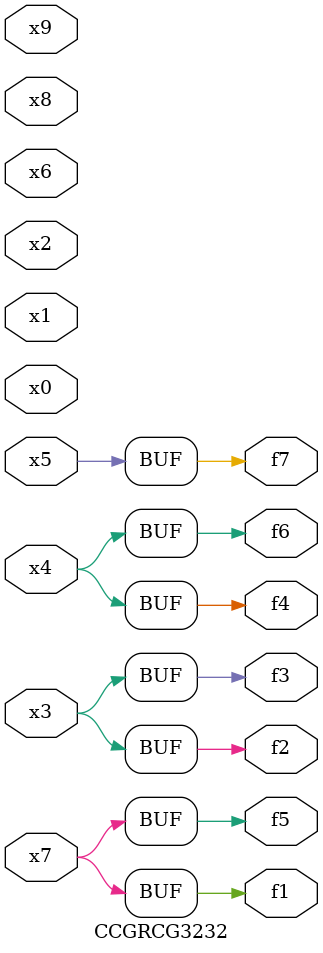
<source format=v>
module CCGRCG3232(
	input x0, x1, x2, x3, x4, x5, x6, x7, x8, x9,
	output f1, f2, f3, f4, f5, f6, f7
);
	assign f1 = x7;
	assign f2 = x3;
	assign f3 = x3;
	assign f4 = x4;
	assign f5 = x7;
	assign f6 = x4;
	assign f7 = x5;
endmodule

</source>
